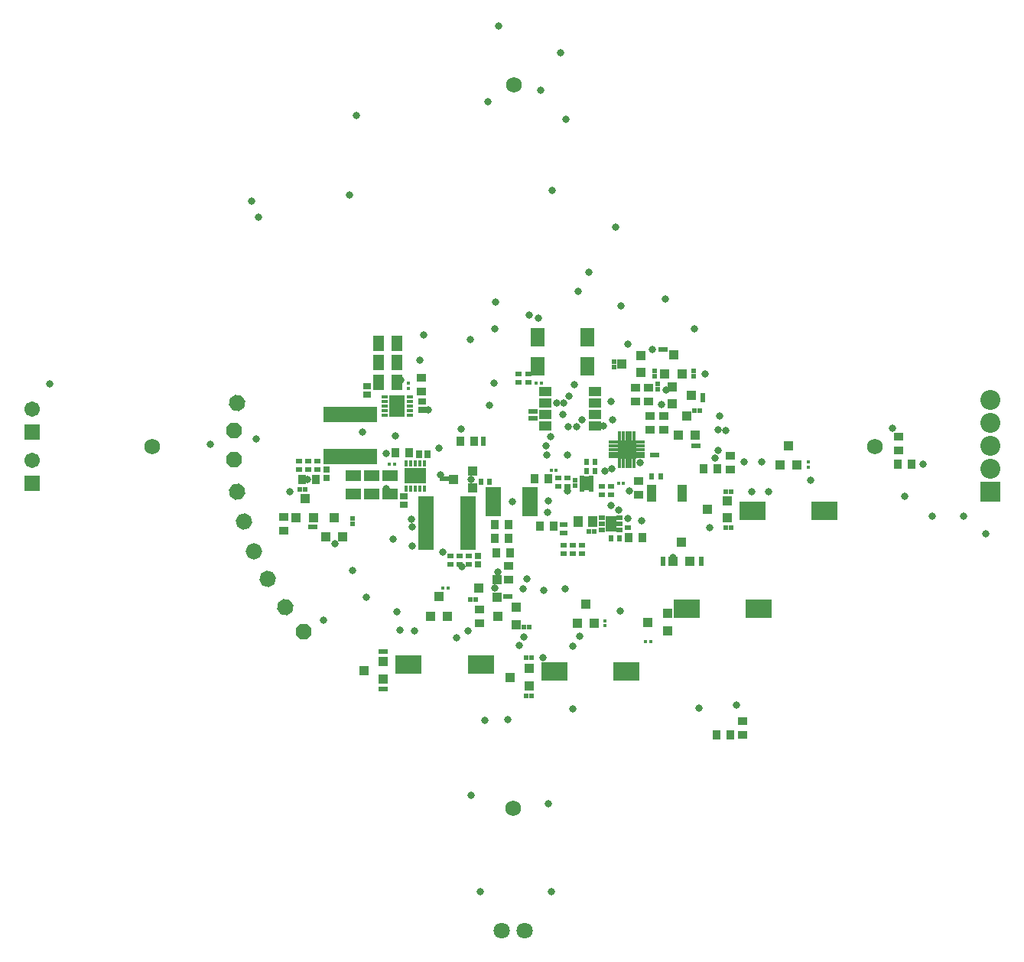
<source format=gbs>
G04*
G04 #@! TF.GenerationSoftware,Altium Limited,Altium Designer,18.1.7 (191)*
G04*
G04 Layer_Color=16711935*
%FSLAX25Y25*%
%MOIN*%
G70*
G01*
G75*
%ADD233R,0.02272X0.02972*%
%ADD237R,0.03800X0.04300*%
%ADD345R,0.02972X0.02272*%
%ADD430C,0.06800*%
%ADD431C,0.06706*%
%ADD432R,0.06706X0.06706*%
%ADD433C,0.07099*%
%ADD434R,0.08674X0.08674*%
%ADD435C,0.08674*%
%ADD436C,0.03162*%
%ADD521R,0.04300X0.03800*%
%ADD522R,0.02600X0.03300*%
%ADD523R,0.09265X0.07099*%
%ADD524R,0.01745X0.03162*%
%ADD525R,0.03972X0.03472*%
%ADD526R,0.03472X0.03972*%
%ADD527R,0.03950X0.04343*%
%ADD528R,0.04343X0.03950*%
%ADD529R,0.01863X0.02257*%
%ADD530R,0.02257X0.01863*%
%ADD531R,0.11824X0.07887*%
%ADD532R,0.07887X0.07887*%
%ADD533R,0.01587X0.03950*%
%ADD534R,0.03950X0.01587*%
%ADD535P,0.07360X8X217.5*%
%ADD536R,0.03950X0.03950*%
%ADD537R,0.03950X0.03950*%
%ADD538R,0.01417X0.01614*%
%ADD539R,0.01614X0.01417*%
%ADD540R,0.04028X0.07572*%
%ADD541R,0.04343X0.04619*%
%ADD542R,0.03398X0.02414*%
%ADD543R,0.06706X0.12611*%
%ADD544R,0.02532X0.06469*%
%ADD545R,0.02257X0.01902*%
%ADD546R,0.05524X0.03950*%
%ADD547R,0.05918X0.08280*%
%ADD548R,0.23241X0.07099*%
%ADD549R,0.03162X0.02769*%
%ADD550R,0.07099X0.23241*%
%ADD551R,0.03300X0.02600*%
%ADD552R,0.03162X0.01745*%
%ADD553R,0.07099X0.09265*%
%ADD554R,0.01614X0.01614*%
%ADD555R,0.06551X0.04551*%
%ADD556R,0.04551X0.06551*%
%ADD557P,0.07360X8X192.5*%
%ADD558P,0.07360X8X244.5*%
%ADD559P,0.07360X8X212.5*%
%ADD560P,0.07360X8X204.5*%
%ADD561P,0.07360X8X224.5*%
%ADD562P,0.07360X8X231.5*%
%ADD563P,0.07360X8X237.5*%
%ADD564P,0.07360X8X202.5*%
%ADD565R,0.01614X0.01614*%
%ADD566R,0.02572X0.01981*%
%ADD567R,0.04737X0.07099*%
D233*
X46150Y-40261D02*
D03*
X42450D02*
D03*
X60350Y-13161D02*
D03*
X64050D02*
D03*
X35423Y-10661D02*
D03*
X31723D02*
D03*
Y-6861D02*
D03*
X35423D02*
D03*
X-14100Y-15461D02*
D03*
X-10400D02*
D03*
D237*
X-45400Y-2910D02*
D03*
X-51400D02*
D03*
X88400Y-125761D02*
D03*
X94400D02*
D03*
X88900Y-9761D02*
D03*
X82900D02*
D03*
X173700Y-7961D02*
D03*
X167700D02*
D03*
X50300Y-39661D02*
D03*
X56300D02*
D03*
X11400Y-34873D02*
D03*
X17400D02*
D03*
X9200Y-14261D02*
D03*
X15200D02*
D03*
X-1300Y-46400D02*
D03*
X-7300D02*
D03*
X-8000Y-40061D02*
D03*
X-2000D02*
D03*
X-8000Y-34261D02*
D03*
X-2000D02*
D03*
X-17100Y2339D02*
D03*
X-23100D02*
D03*
D345*
X-19367Y-51511D02*
D03*
Y-47811D02*
D03*
X42500Y-17361D02*
D03*
Y-21061D02*
D03*
X25800Y-46811D02*
D03*
Y-43111D02*
D03*
X29800Y-46811D02*
D03*
Y-43111D02*
D03*
X-23333Y-47811D02*
D03*
Y-51511D02*
D03*
X49800Y-35311D02*
D03*
Y-31611D02*
D03*
X6511Y27907D02*
D03*
Y31607D02*
D03*
X23600Y-17511D02*
D03*
Y-13811D02*
D03*
X-93400Y-6461D02*
D03*
Y-10161D02*
D03*
X-89400Y-6461D02*
D03*
Y-10161D02*
D03*
X-27300Y-51511D02*
D03*
Y-47811D02*
D03*
X38500Y-21061D02*
D03*
Y-17361D02*
D03*
X2322Y31607D02*
D03*
Y27907D02*
D03*
X19600Y-13811D02*
D03*
Y-17511D02*
D03*
X21800Y-43111D02*
D03*
Y-46811D02*
D03*
X-85400Y-10161D02*
D03*
Y-6461D02*
D03*
D430*
X200Y157600D02*
D03*
X0Y-157700D02*
D03*
X157600Y0D02*
D03*
X-157400D02*
D03*
D431*
X-209800Y-6061D02*
D03*
Y16239D02*
D03*
D432*
Y-16061D02*
D03*
Y6239D02*
D03*
D433*
X-5200Y-211261D02*
D03*
X4800D02*
D03*
D434*
X207800Y-19761D02*
D03*
D435*
Y20239D02*
D03*
Y10239D02*
D03*
Y239D02*
D03*
Y-9761D02*
D03*
D436*
X55200Y-7261D02*
D03*
X43300Y11500D02*
D03*
X29900Y11400D02*
D03*
X89300Y7239D02*
D03*
Y-1861D02*
D03*
X49830Y-31400D02*
D03*
X42700Y-25761D02*
D03*
X46000Y-27900D02*
D03*
X23900Y8539D02*
D03*
X22000Y18839D02*
D03*
X23400Y-19497D02*
D03*
X43037Y-9705D02*
D03*
X92469Y6970D02*
D03*
X50417Y-19561D02*
D03*
X55839Y-32561D02*
D03*
X39050Y8788D02*
D03*
X27400Y8539D02*
D03*
X18900Y18839D02*
D03*
X14600Y-3961D02*
D03*
X-40900Y37400D02*
D03*
X-89800Y-14500D02*
D03*
X-40523Y-11600D02*
D03*
X13216Y-62702D02*
D03*
X-8200Y-61689D02*
D03*
X-30800Y-46261D02*
D03*
X89800Y13039D02*
D03*
X-97300Y-19900D02*
D03*
X64588Y18109D02*
D03*
X40000Y-10661D02*
D03*
X16200Y4139D02*
D03*
X14164Y164D02*
D03*
X23700Y-3792D02*
D03*
X-6700Y-54700D02*
D03*
X-22352Y-52568D02*
D03*
X-77900Y-42600D02*
D03*
X-300Y-24000D02*
D03*
X-44000Y-35000D02*
D03*
X-32600Y-700D02*
D03*
X-18500Y-14461D02*
D03*
X-22900Y7500D02*
D03*
X-52300Y-40500D02*
D03*
X-70259Y-53969D02*
D03*
X-2500Y-119200D02*
D03*
X-12500Y-119400D02*
D03*
X-42974Y-80374D02*
D03*
X-49400Y-80200D02*
D03*
X-19700Y-80600D02*
D03*
X4500Y-83100D02*
D03*
X2500Y-86700D02*
D03*
X-24900Y-83400D02*
D03*
X-44300Y-31700D02*
D03*
X-37100Y15900D02*
D03*
X-55300Y-2985D02*
D03*
Y-18300D02*
D03*
X-51400Y4700D02*
D03*
X4161Y-62022D02*
D03*
X6000Y-57861D02*
D03*
X14900Y-28700D02*
D03*
X15200Y-23761D02*
D03*
X22400Y-62154D02*
D03*
X25800Y-87000D02*
D03*
Y-114561D02*
D03*
X-31700Y-12500D02*
D03*
X129500Y-14761D02*
D03*
X108100Y-6761D02*
D03*
X100400Y-6915D02*
D03*
X85600Y-35561D02*
D03*
X182500Y-30561D02*
D03*
X196200D02*
D03*
X-6600Y183039D02*
D03*
X11750Y155039D02*
D03*
X17000Y111639D02*
D03*
X-7878Y63028D02*
D03*
X-18800Y46647D02*
D03*
X-39100Y48539D02*
D03*
X-65900Y6139D02*
D03*
X-49153Y29019D02*
D03*
X-49900Y17039D02*
D03*
X-44100Y-43361D02*
D03*
X83600Y31639D02*
D03*
X11038Y55739D02*
D03*
X7000Y57317D02*
D03*
X-132200Y739D02*
D03*
X12900Y-92161D02*
D03*
X-111000Y99939D02*
D03*
X-114184Y106865D02*
D03*
X-71500Y109439D02*
D03*
X-68300Y144139D02*
D03*
X24200Y21839D02*
D03*
X26500Y26839D02*
D03*
X-8200Y51039D02*
D03*
X-8329Y27513D02*
D03*
X66600Y24539D02*
D03*
X11700Y33339D02*
D03*
X80800Y-114061D02*
D03*
X69500Y-48361D02*
D03*
X50000Y44539D02*
D03*
X-122097Y19642D02*
D03*
X20600Y171539D02*
D03*
X23000Y142381D02*
D03*
X32900Y75739D02*
D03*
X44600Y95639D02*
D03*
X28100Y67539D02*
D03*
X46939Y61339D02*
D03*
X206000Y-38261D02*
D03*
X66100Y64039D02*
D03*
X78800Y51339D02*
D03*
X46400Y-71861D02*
D03*
X28800Y-82761D02*
D03*
X-202200Y27339D02*
D03*
X-64100Y-65961D02*
D03*
X-50700Y-72261D02*
D03*
X-14600Y-194261D02*
D03*
X16700D02*
D03*
X165300Y7939D02*
D03*
X87900Y-5161D02*
D03*
X-11146Y150139D02*
D03*
X60600Y42339D02*
D03*
X42600Y19639D02*
D03*
X103800Y-19861D02*
D03*
X111132D02*
D03*
X-82800Y-75961D02*
D03*
X-112000Y3039D02*
D03*
X15300Y-155861D02*
D03*
X97356Y-112866D02*
D03*
X-10500Y17739D02*
D03*
X-18600Y-152261D02*
D03*
X21500Y13839D02*
D03*
X170700Y-21811D02*
D03*
X178400Y-7961D02*
D03*
D521*
X65700Y13139D02*
D03*
Y7139D02*
D03*
X100000Y-125961D02*
D03*
Y-119961D02*
D03*
X94600Y-10161D02*
D03*
Y-4161D02*
D03*
X167900Y4039D02*
D03*
Y-1961D02*
D03*
X58900Y19489D02*
D03*
Y25489D02*
D03*
X53100Y19489D02*
D03*
Y25489D02*
D03*
X59600Y7239D02*
D03*
Y13239D02*
D03*
X54700Y-15211D02*
D03*
Y-21211D02*
D03*
X-100100Y-36700D02*
D03*
Y-30700D02*
D03*
X-2000Y-52061D02*
D03*
Y-58061D02*
D03*
X-40250Y29840D02*
D03*
Y23840D02*
D03*
D522*
X-41250Y-3410D02*
D03*
X-37550D02*
D03*
D523*
X-42837Y-12922D02*
D03*
D524*
X-38900Y-7410D02*
D03*
X-40868D02*
D03*
X-42837D02*
D03*
X-44805D02*
D03*
X-38900Y-18434D02*
D03*
X-46774Y-7410D02*
D03*
Y-18434D02*
D03*
X-44805D02*
D03*
X-42837D02*
D03*
X-40868D02*
D03*
D525*
X-14900Y-71200D02*
D03*
Y-77200D02*
D03*
D526*
X-86100Y-14511D02*
D03*
X-92100D02*
D03*
D527*
X-74360Y-39434D02*
D03*
X-81840D02*
D03*
X-78100Y-31166D02*
D03*
X-87160Y-31034D02*
D03*
X-94640D02*
D03*
X-90900Y-22766D02*
D03*
D528*
X1334Y-70253D02*
D03*
Y-77733D02*
D03*
X-6934Y-73993D02*
D03*
X-7013Y-58160D02*
D03*
Y-65640D02*
D03*
X-15280Y-61900D02*
D03*
D529*
X-16535Y-66900D02*
D03*
X-18700D02*
D03*
X-90917Y-18700D02*
D03*
X-93083D02*
D03*
X-3483Y-65600D02*
D03*
X-1317D02*
D03*
X-88565Y-35200D02*
D03*
X-86400D02*
D03*
X6757Y-78793D02*
D03*
X4592D02*
D03*
X-55760Y-105761D02*
D03*
X-57926D02*
D03*
X-55760Y-89561D02*
D03*
X-57926D02*
D03*
X7840Y-108661D02*
D03*
X5674D02*
D03*
X5674Y-92161D02*
D03*
X7840D02*
D03*
X64117Y42339D02*
D03*
X66283D02*
D03*
X81065Y15639D02*
D03*
X78900D02*
D03*
X80600Y239D02*
D03*
X78435D02*
D03*
X60517Y-3761D02*
D03*
X62683D02*
D03*
X92617Y-19861D02*
D03*
X94783D02*
D03*
X94783Y-35561D02*
D03*
X92617D02*
D03*
X35050Y-37228D02*
D03*
X32885D02*
D03*
X9564Y12289D02*
D03*
X7399D02*
D03*
X9564Y15289D02*
D03*
X7399D02*
D03*
X-31183Y-14161D02*
D03*
X-29017D02*
D03*
D530*
X-70100Y-31617D02*
D03*
Y-33783D02*
D03*
X43800Y36839D02*
D03*
Y34674D02*
D03*
X61400Y32745D02*
D03*
Y30579D02*
D03*
X78500Y32745D02*
D03*
Y30579D02*
D03*
X82500Y20056D02*
D03*
Y22222D02*
D03*
X63000Y25007D02*
D03*
Y27172D02*
D03*
X81900Y-48978D02*
D03*
Y-51144D02*
D03*
X65300Y-51144D02*
D03*
Y-48978D02*
D03*
X27000Y-17065D02*
D03*
Y-14900D02*
D03*
X-13200Y1056D02*
D03*
Y3222D02*
D03*
D531*
X17852Y-98261D02*
D03*
X49348D02*
D03*
D03*
D03*
X-14252Y-95261D02*
D03*
D03*
D03*
X-45748D02*
D03*
X106948Y-70661D02*
D03*
D03*
D03*
X75452D02*
D03*
X104200Y-28261D02*
D03*
X135696D02*
D03*
D03*
D03*
D532*
X49400Y-1411D02*
D03*
D533*
X52550Y-7316D02*
D03*
X50975D02*
D03*
X49400D02*
D03*
X47825D02*
D03*
X46250D02*
D03*
Y4495D02*
D03*
X47825D02*
D03*
X49400D02*
D03*
X50975D02*
D03*
X52550D02*
D03*
D534*
X43494Y-4560D02*
D03*
Y-2985D02*
D03*
Y-1411D02*
D03*
Y164D02*
D03*
Y1739D02*
D03*
X55305D02*
D03*
Y164D02*
D03*
Y-1411D02*
D03*
Y-2985D02*
D03*
Y-4560D02*
D03*
D535*
X-117400Y-32761D02*
D03*
D536*
X-56668Y-93920D02*
D03*
Y-101401D02*
D03*
X-65132Y-97660D02*
D03*
X7032Y-96920D02*
D03*
Y-104401D02*
D03*
X-1432Y-100660D02*
D03*
X55700Y39602D02*
D03*
Y32122D02*
D03*
X47235Y35862D02*
D03*
X69168Y18449D02*
D03*
Y25929D02*
D03*
X77632Y22189D02*
D03*
X93100Y-23681D02*
D03*
Y-31161D02*
D03*
X84635Y-27421D02*
D03*
X67075Y-72920D02*
D03*
Y-80401D02*
D03*
X58611Y-76660D02*
D03*
X-17668Y-10720D02*
D03*
Y-18201D02*
D03*
X-26132Y-14460D02*
D03*
D537*
X-28759Y-73993D02*
D03*
X-36239D02*
D03*
X-32499Y-65529D02*
D03*
X123541Y-8193D02*
D03*
X116060D02*
D03*
X119801Y271D02*
D03*
X73480Y31487D02*
D03*
X66000D02*
D03*
X69740Y39951D02*
D03*
X79341Y4857D02*
D03*
X71860D02*
D03*
X75601Y13322D02*
D03*
X35341Y-77293D02*
D03*
X27861D02*
D03*
X31601Y-68829D02*
D03*
X77041Y-50236D02*
D03*
X69560D02*
D03*
X73301Y-41772D02*
D03*
D538*
X-30700Y-61900D02*
D03*
X-28535D02*
D03*
X57703Y-85061D02*
D03*
X59869D02*
D03*
X45717Y-16161D02*
D03*
X47883D02*
D03*
X16535Y-10300D02*
D03*
X18700D02*
D03*
X9917Y27557D02*
D03*
X12083D02*
D03*
D539*
X128500Y-6936D02*
D03*
Y-9101D02*
D03*
X40000Y-76035D02*
D03*
Y-78201D02*
D03*
D540*
X73693Y-20611D02*
D03*
X60307D02*
D03*
D541*
X28309Y-32961D02*
D03*
X34491D02*
D03*
D542*
X21800Y-37949D02*
D03*
Y-33973D02*
D03*
D543*
X-8871Y-24261D02*
D03*
X7271D02*
D03*
D544*
X31833Y-16274D02*
D03*
D545*
X29766Y-13911D02*
D03*
Y-15486D02*
D03*
Y-17061D02*
D03*
Y-18636D02*
D03*
X33900D02*
D03*
Y-17061D02*
D03*
Y-15486D02*
D03*
Y-13911D02*
D03*
D546*
X35582Y23789D02*
D03*
Y18789D02*
D03*
Y13789D02*
D03*
Y8788D02*
D03*
X13928D02*
D03*
Y13789D02*
D03*
Y18789D02*
D03*
Y23789D02*
D03*
D547*
X32353Y47537D02*
D03*
Y34939D02*
D03*
X10700D02*
D03*
Y47537D02*
D03*
D548*
X-71100Y13989D02*
D03*
Y-4515D02*
D03*
D549*
X-81300Y-13700D02*
D03*
Y-10157D02*
D03*
X-15400Y-51425D02*
D03*
Y-47881D02*
D03*
D550*
X-38152Y-33410D02*
D03*
X-19648D02*
D03*
D551*
X-47800Y-21811D02*
D03*
Y-25511D02*
D03*
X-63750Y22590D02*
D03*
Y26290D02*
D03*
X-39750Y15889D02*
D03*
Y19589D02*
D03*
D552*
X-56262Y15471D02*
D03*
Y17440D02*
D03*
Y19408D02*
D03*
Y21377D02*
D03*
X-45238D02*
D03*
X-56262Y13503D02*
D03*
X-45238Y19408D02*
D03*
Y17440D02*
D03*
Y15471D02*
D03*
Y13503D02*
D03*
D553*
X-50750Y17440D02*
D03*
D554*
X-45900Y27621D02*
D03*
Y25259D02*
D03*
D555*
X-69900Y-12910D02*
D03*
Y-20910D02*
D03*
X-61900Y-12910D02*
D03*
Y-20910D02*
D03*
X-53900Y-12910D02*
D03*
Y-20910D02*
D03*
D556*
X-50750Y27940D02*
D03*
X-58750D02*
D03*
X-50750Y36440D02*
D03*
X-58750D02*
D03*
X-50750Y44940D02*
D03*
X-58750D02*
D03*
D557*
X-120500Y18939D02*
D03*
D558*
X-91400Y-80661D02*
D03*
D559*
X-120400Y-19961D02*
D03*
D560*
X-121900Y-5761D02*
D03*
D561*
X-113000Y-45761D02*
D03*
D562*
X-107200Y-57961D02*
D03*
D563*
X-99600Y-70061D02*
D03*
D564*
X-121800Y6739D02*
D03*
D565*
X-51719Y-7910D02*
D03*
X-54081D02*
D03*
D566*
X38561Y-31269D02*
D03*
Y-33828D02*
D03*
Y-36387D02*
D03*
X46239D02*
D03*
Y-33828D02*
D03*
Y-31269D02*
D03*
D567*
X42400Y-33828D02*
D03*
M02*

</source>
